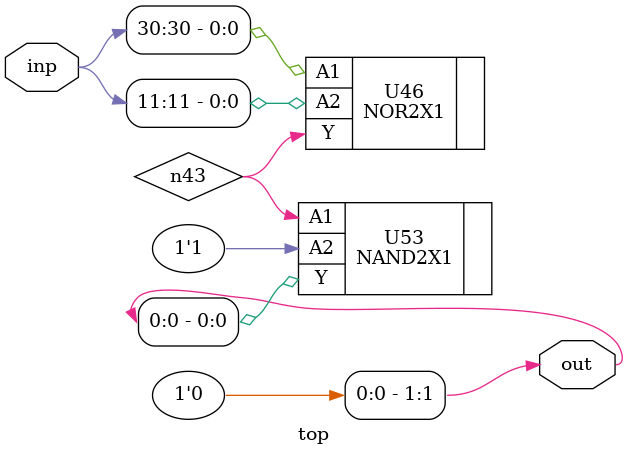
<source format=sv>


module top ( inp, out );
  input [35:0] inp;
  output [1:0] out;
  wire   n21, n22, n23, n24, n25, n26, n27, n28, n29, n30, n31, n32, n33, n34,
         n35, n36, n37, n38, n39, n40, n41, n42, n43;
  assign out[1] = 1'b0;

  XOR2X1 U30 ( .A1(inp[32]), .A2(1'b1), .Y(n21) );
  NAND2X1 U31 ( .A1(n35), .A2(1'b1), .Y(n22) );
  AND2X1 U32 ( .A1(1'b1), .A2(inp[32]), .Y(n32) );
  INVX1 U33 ( .A(n32), .Y(n23) );
  AND2X1 U34 ( .A1(n22), .A2(n39), .Y(n40) );
  INVX1 U35 ( .A(n40), .Y(n24) );
  AND2X1 U36 ( .A1(n36), .A2(n37), .Y(n38) );
  INVX1 U37 ( .A(n38), .Y() );
  AND2X1 U38 ( .A1(inp[20]), .A2(inp[9]), .Y(n33) );
  INVX1 U39 ( .A(n33), .Y(n26) );
  AND2X1 U40 ( .A1(n31), .A2(n30), .Y() );
  INVX1 U41 ( .A(1'b0), .Y() );
  OR2X1 U42 ( .A1(n21), .A2(inp[23]), .Y(n35) );
  INVX1 U43 ( .A(n35), .Y(n28) );
  AND2X1 U44 ( .A1(n41), .A2(n24), .Y(n42) );
  INVX1 U45 ( .A(n42), .Y() );
  NOR2X1 U46 ( .A1(inp[30]), .A2(inp[11]), .Y(n43) );
  NAND2X1 U47 ( .A1(n26), .A2(inp[9]), .Y(n31) );
  NAND2X1 U48 ( .A1(n26), .A2(inp[20]), .Y(n30) );
  AND2X1 U49 ( .A1(n26), .A2(n23), .Y(n37) );
  NAND2X1 U50 ( .A1(n37), .A2(n28), .Y(n41) );
  INVX1 U51 ( .A(inp[6]), .Y(n39) );
  NAND2X1 U52 ( .A1(n21), .A2(inp[23]), .Y(n36) );
  NAND2X1 U53 ( .A1(n43), .A2(1'b1), .Y(out[0]) );
endmodule


</source>
